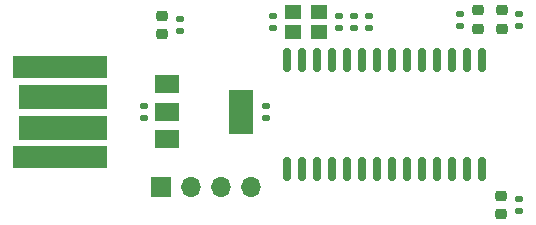
<source format=gts>
%TF.GenerationSoftware,KiCad,Pcbnew,7.0.2-6a45011f42~172~ubuntu20.04.1*%
%TF.CreationDate,2023-04-23T21:34:22-07:00*%
%TF.ProjectId,SX1280_USB_Adapter,53583132-3830-45f5-9553-425f41646170,rev?*%
%TF.SameCoordinates,Original*%
%TF.FileFunction,Soldermask,Top*%
%TF.FilePolarity,Negative*%
%FSLAX46Y46*%
G04 Gerber Fmt 4.6, Leading zero omitted, Abs format (unit mm)*
G04 Created by KiCad (PCBNEW 7.0.2-6a45011f42~172~ubuntu20.04.1) date 2023-04-23 21:34:22*
%MOMM*%
%LPD*%
G01*
G04 APERTURE LIST*
G04 Aperture macros list*
%AMRoundRect*
0 Rectangle with rounded corners*
0 $1 Rounding radius*
0 $2 $3 $4 $5 $6 $7 $8 $9 X,Y pos of 4 corners*
0 Add a 4 corners polygon primitive as box body*
4,1,4,$2,$3,$4,$5,$6,$7,$8,$9,$2,$3,0*
0 Add four circle primitives for the rounded corners*
1,1,$1+$1,$2,$3*
1,1,$1+$1,$4,$5*
1,1,$1+$1,$6,$7*
1,1,$1+$1,$8,$9*
0 Add four rect primitives between the rounded corners*
20,1,$1+$1,$2,$3,$4,$5,0*
20,1,$1+$1,$4,$5,$6,$7,0*
20,1,$1+$1,$6,$7,$8,$9,0*
20,1,$1+$1,$8,$9,$2,$3,0*%
G04 Aperture macros list end*
%ADD10RoundRect,0.135000X0.185000X-0.135000X0.185000X0.135000X-0.185000X0.135000X-0.185000X-0.135000X0*%
%ADD11RoundRect,0.218750X0.256250X-0.218750X0.256250X0.218750X-0.256250X0.218750X-0.256250X-0.218750X0*%
%ADD12RoundRect,0.140000X-0.170000X0.140000X-0.170000X-0.140000X0.170000X-0.140000X0.170000X0.140000X0*%
%ADD13R,8.000000X1.900000*%
%ADD14R,7.500000X2.000000*%
%ADD15RoundRect,0.140000X0.170000X-0.140000X0.170000X0.140000X-0.170000X0.140000X-0.170000X-0.140000X0*%
%ADD16R,1.400000X1.200000*%
%ADD17RoundRect,0.135000X-0.185000X0.135000X-0.185000X-0.135000X0.185000X-0.135000X0.185000X0.135000X0*%
%ADD18R,1.700000X1.700000*%
%ADD19O,1.700000X1.700000*%
%ADD20RoundRect,0.150000X-0.150000X0.875000X-0.150000X-0.875000X0.150000X-0.875000X0.150000X0.875000X0*%
%ADD21R,2.000000X1.500000*%
%ADD22R,2.000000X3.800000*%
G04 APERTURE END LIST*
D10*
%TO.C,R5*%
X127762000Y-106936000D03*
X127762000Y-105916000D03*
%TD*%
D11*
%TO.C,D2*%
X139000000Y-107000000D03*
X139000000Y-105425000D03*
%TD*%
%TO.C,D1*%
X138938000Y-122707500D03*
X138938000Y-121132500D03*
%TD*%
%TO.C,D4*%
X110235500Y-107469000D03*
X110235500Y-105894000D03*
%TD*%
D12*
%TO.C,C4*%
X119634000Y-105946000D03*
X119634000Y-106906000D03*
%TD*%
D10*
%TO.C,R2*%
X140462000Y-122430000D03*
X140462000Y-121410000D03*
%TD*%
D12*
%TO.C,C2*%
X108750000Y-113566000D03*
X108750000Y-114526000D03*
%TD*%
D13*
%TO.C,J1*%
X101600000Y-117856000D03*
D14*
X101850000Y-115346000D03*
X101850000Y-112746000D03*
D13*
X101600000Y-110236000D03*
%TD*%
D10*
%TO.C,R4*%
X140500000Y-106760000D03*
X140500000Y-105740000D03*
%TD*%
D15*
%TO.C,C1*%
X125222000Y-106906000D03*
X125222000Y-105946000D03*
%TD*%
%TO.C,C5*%
X119000000Y-114500000D03*
X119000000Y-113540000D03*
%TD*%
D16*
%TO.C,Y1*%
X123528000Y-105550000D03*
X121328000Y-105550000D03*
X121328000Y-107250000D03*
X123528000Y-107250000D03*
%TD*%
D17*
%TO.C,R3*%
X111759500Y-106171500D03*
X111759500Y-107191500D03*
%TD*%
D11*
%TO.C,D3*%
X137000000Y-107000000D03*
X137000000Y-105425000D03*
%TD*%
D12*
%TO.C,C3*%
X126492000Y-105946000D03*
X126492000Y-106906000D03*
%TD*%
D18*
%TO.C,J2*%
X110109000Y-120396000D03*
D19*
X112649000Y-120396000D03*
X115189000Y-120396000D03*
X117729000Y-120396000D03*
%TD*%
D20*
%TO.C,U2*%
X137370000Y-109600000D03*
X136100000Y-109600000D03*
X134830000Y-109600000D03*
X133560000Y-109600000D03*
X132290000Y-109600000D03*
X131020000Y-109600000D03*
X129750000Y-109600000D03*
X128480000Y-109600000D03*
X127210000Y-109600000D03*
X125940000Y-109600000D03*
X124670000Y-109600000D03*
X123400000Y-109600000D03*
X122130000Y-109600000D03*
X120860000Y-109600000D03*
X120860000Y-118900000D03*
X122130000Y-118900000D03*
X123400000Y-118900000D03*
X124670000Y-118900000D03*
X125940000Y-118900000D03*
X127210000Y-118900000D03*
X128480000Y-118900000D03*
X129750000Y-118900000D03*
X131020000Y-118900000D03*
X132290000Y-118900000D03*
X133560000Y-118900000D03*
X134830000Y-118900000D03*
X136100000Y-118900000D03*
X137370000Y-118900000D03*
%TD*%
D10*
%TO.C,R6*%
X135500000Y-106760000D03*
X135500000Y-105740000D03*
%TD*%
D21*
%TO.C,U1*%
X110642000Y-111700000D03*
X110642000Y-114000000D03*
D22*
X116942000Y-114000000D03*
D21*
X110642000Y-116300000D03*
%TD*%
M02*

</source>
